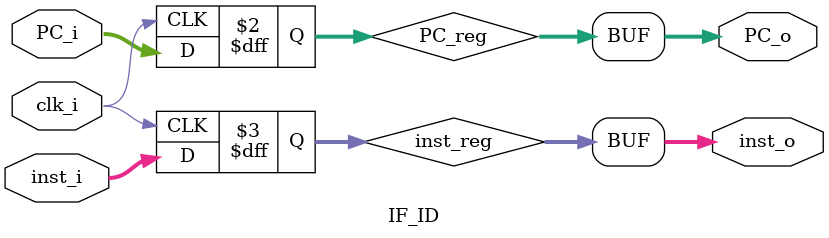
<source format=v>
module IF_ID
(
	clk_i,
	PC_i,
	PC_o,
	inst_i,
	inst_o,
);

input           clk_i;
input  [31 : 0] PC_i;
output [31 : 0] PC_o;
input  [31 : 0] inst_i;
output [31 : 0] inst_o;

reg    [31 : 0] PC_reg;
reg    [31 : 0] inst_reg;
   
assign PC_o = PC_reg;
assign inst_o = inst_reg;
 
always @(posedge clk_i)
begin
	PC_reg <= PC_i;
	inst_reg <= inst_i;
end
   
endmodule 

</source>
